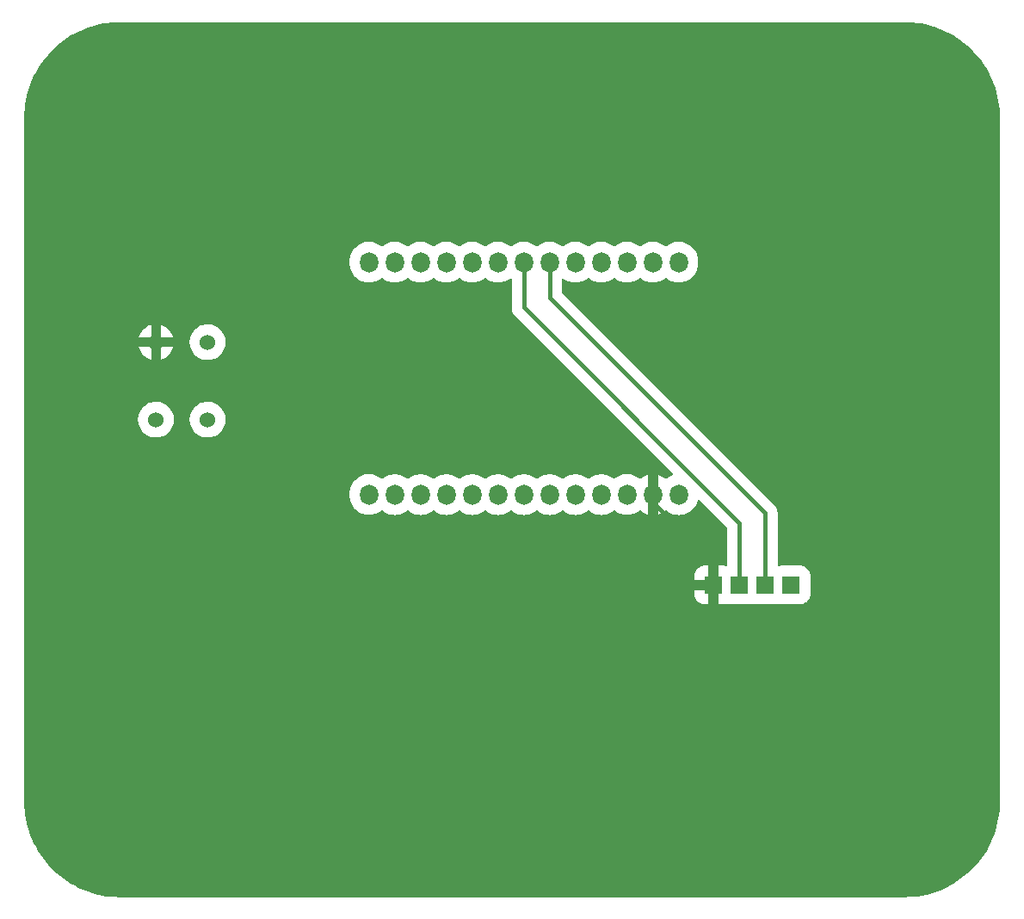
<source format=gbl>
G04 Layer: BottomLayer*
G04 EasyEDA v6.5.34, 2023-10-04 09:58:22*
G04 2f879fd4b15e4f869ab7f95f132c22b4,4b518e1cc4d04e0db21987f26a906896,10*
G04 Gerber Generator version 0.2*
G04 Scale: 100 percent, Rotated: No, Reflected: No *
G04 Dimensions in millimeters *
G04 leading zeros omitted , absolute positions ,4 integer and 5 decimal *
%FSLAX45Y45*%
%MOMM*%

%ADD10C,0.4000*%
%ADD11C,1.5240*%
%ADD12O,1.7999964X1.9999959999999999*%
%ADD13R,1.7780X1.7780*%

%LPD*%
G36*
X1981606Y-2018792D02*
G01*
X1938832Y-2017826D01*
X1896770Y-2014982D01*
X1854911Y-2010257D01*
X1813255Y-2003653D01*
X1771954Y-1995170D01*
X1731111Y-1984857D01*
X1690725Y-1972716D01*
X1650949Y-1958797D01*
X1611833Y-1943100D01*
X1573428Y-1925675D01*
X1535887Y-1906524D01*
X1499260Y-1885696D01*
X1463548Y-1863293D01*
X1428902Y-1839264D01*
X1395374Y-1813712D01*
X1363014Y-1786686D01*
X1331925Y-1758238D01*
X1302156Y-1728419D01*
X1273708Y-1697329D01*
X1246682Y-1664970D01*
X1221181Y-1631391D01*
X1197152Y-1596745D01*
X1174750Y-1561033D01*
X1153972Y-1524406D01*
X1134821Y-1486814D01*
X1117396Y-1448460D01*
X1101750Y-1409344D01*
X1087831Y-1369517D01*
X1075690Y-1329182D01*
X1065428Y-1288288D01*
X1056995Y-1246987D01*
X1050391Y-1205331D01*
X1045667Y-1163472D01*
X1042873Y-1121410D01*
X1041908Y-1079093D01*
X1041908Y5651093D01*
X1042873Y5693867D01*
X1045718Y5735929D01*
X1050442Y5777788D01*
X1057046Y5819444D01*
X1065530Y5860745D01*
X1075842Y5901588D01*
X1087983Y5941974D01*
X1101902Y5981750D01*
X1117600Y6020866D01*
X1135024Y6059220D01*
X1154176Y6096762D01*
X1175004Y6133439D01*
X1197406Y6169101D01*
X1221435Y6203746D01*
X1246987Y6237274D01*
X1274013Y6269634D01*
X1302461Y6300774D01*
X1332280Y6330543D01*
X1363370Y6358991D01*
X1395730Y6385966D01*
X1429308Y6411518D01*
X1463954Y6435496D01*
X1499616Y6457950D01*
X1536293Y6478727D01*
X1573885Y6497828D01*
X1612239Y6515252D01*
X1651355Y6530949D01*
X1691182Y6544868D01*
X1731518Y6556959D01*
X1772412Y6567271D01*
X1813712Y6575704D01*
X1855317Y6582308D01*
X1897227Y6586981D01*
X1939289Y6589826D01*
X1981606Y6590792D01*
X9702393Y6590792D01*
X9745167Y6589826D01*
X9787178Y6586981D01*
X9829088Y6582257D01*
X9870694Y6575653D01*
X9911994Y6567170D01*
X9952888Y6556857D01*
X9993274Y6544716D01*
X10033050Y6530797D01*
X10072166Y6515100D01*
X10110520Y6497675D01*
X10148062Y6478524D01*
X10184739Y6457696D01*
X10220401Y6435242D01*
X10255046Y6411264D01*
X10288574Y6385712D01*
X10320934Y6358686D01*
X10352024Y6330238D01*
X10381843Y6300419D01*
X10410291Y6269329D01*
X10437266Y6236919D01*
X10462818Y6203391D01*
X10486796Y6168745D01*
X10509199Y6133033D01*
X10530027Y6096406D01*
X10549128Y6058814D01*
X10566552Y6020460D01*
X10582249Y5981293D01*
X10596168Y5941517D01*
X10608259Y5901131D01*
X10618571Y5860288D01*
X10627004Y5818987D01*
X10633608Y5777331D01*
X10638282Y5735472D01*
X10641126Y5693410D01*
X10642092Y5651093D01*
X10642092Y-1079093D01*
X10641126Y-1121867D01*
X10638282Y-1163929D01*
X10633506Y-1205788D01*
X10626902Y-1247444D01*
X10618470Y-1288745D01*
X10608157Y-1329588D01*
X10596016Y-1369974D01*
X10582097Y-1409750D01*
X10566400Y-1448866D01*
X10548924Y-1487220D01*
X10529773Y-1524812D01*
X10508996Y-1561439D01*
X10486542Y-1597152D01*
X10462514Y-1631797D01*
X10437012Y-1665325D01*
X10409986Y-1697634D01*
X10381538Y-1728774D01*
X10351719Y-1758543D01*
X10320578Y-1786991D01*
X10288219Y-1814017D01*
X10254691Y-1839518D01*
X10220045Y-1863496D01*
X10184333Y-1885950D01*
X10147655Y-1906727D01*
X10110114Y-1925878D01*
X10071709Y-1943303D01*
X10032593Y-1958949D01*
X9992817Y-1972868D01*
X9952431Y-1985010D01*
X9911588Y-1995271D01*
X9870287Y-2003704D01*
X9828631Y-2010308D01*
X9786772Y-2015032D01*
X9744710Y-2017826D01*
X9702393Y-2018792D01*
G37*

%LPC*%
G36*
X7734655Y864666D02*
G01*
X7772400Y864666D01*
X7772400Y1003300D01*
X7633817Y1003300D01*
X7633817Y965555D01*
X7634681Y952093D01*
X7637221Y939190D01*
X7641488Y926744D01*
X7647279Y914958D01*
X7654594Y904036D01*
X7663230Y894130D01*
X7673136Y885494D01*
X7684058Y878179D01*
X7695844Y872337D01*
X7708290Y868121D01*
X7721193Y865581D01*
G37*
G36*
X7874000Y864666D02*
G01*
X7911744Y864666D01*
X7925206Y865581D01*
X7938109Y868121D01*
X7946948Y871118D01*
X7950200Y871677D01*
X7953451Y871118D01*
X7962290Y868121D01*
X7975193Y865581D01*
X7988655Y864666D01*
X8165744Y864666D01*
X8179206Y865581D01*
X8192109Y868121D01*
X8200948Y871118D01*
X8204200Y871677D01*
X8207451Y871118D01*
X8216290Y868121D01*
X8229193Y865581D01*
X8242655Y864666D01*
X8419744Y864666D01*
X8433206Y865581D01*
X8446109Y868121D01*
X8454948Y871118D01*
X8458200Y871677D01*
X8461451Y871118D01*
X8470290Y868121D01*
X8483193Y865581D01*
X8496655Y864666D01*
X8673744Y864666D01*
X8687206Y865581D01*
X8700109Y868121D01*
X8712555Y872337D01*
X8724341Y878179D01*
X8735263Y885494D01*
X8745169Y894130D01*
X8753805Y904036D01*
X8761120Y914958D01*
X8766962Y926744D01*
X8771178Y939190D01*
X8773718Y952093D01*
X8774633Y965555D01*
X8774633Y1142644D01*
X8773718Y1156106D01*
X8771178Y1169009D01*
X8766962Y1181455D01*
X8761120Y1193241D01*
X8753805Y1204163D01*
X8745169Y1214069D01*
X8735263Y1222705D01*
X8724341Y1230020D01*
X8712555Y1235811D01*
X8700109Y1240078D01*
X8687206Y1242618D01*
X8673744Y1243482D01*
X8496655Y1243482D01*
X8483193Y1242618D01*
X8470290Y1240078D01*
X8465108Y1238300D01*
X8461349Y1237792D01*
X8457590Y1238707D01*
X8454491Y1240942D01*
X8452408Y1244142D01*
X8451697Y1247952D01*
X8451697Y1761134D01*
X8451494Y1768551D01*
X8450834Y1775815D01*
X8449716Y1783029D01*
X8448192Y1790141D01*
X8446262Y1797151D01*
X8443874Y1804009D01*
X8441080Y1810766D01*
X8437880Y1817268D01*
X8434324Y1823618D01*
X8430361Y1829765D01*
X8426043Y1835607D01*
X8421420Y1841195D01*
X8416290Y1846630D01*
X6333794Y3929126D01*
X6331559Y3932428D01*
X6330797Y3936288D01*
X6330797Y4061053D01*
X6331762Y4065371D01*
X6334506Y4068876D01*
X6338519Y4070908D01*
X6342938Y4071010D01*
X6347002Y4069181D01*
X6358483Y4060698D01*
X6374485Y4051096D01*
X6391402Y4043121D01*
X6408978Y4036822D01*
X6427114Y4032250D01*
X6445605Y4029506D01*
X6464300Y4028592D01*
X6482943Y4029506D01*
X6501434Y4032250D01*
X6519570Y4036822D01*
X6537198Y4043121D01*
X6554114Y4051096D01*
X6570116Y4060698D01*
X6585254Y4071924D01*
X6589166Y4073702D01*
X6593433Y4073702D01*
X6597345Y4071924D01*
X6612483Y4060698D01*
X6628485Y4051096D01*
X6645402Y4043121D01*
X6662978Y4036822D01*
X6681114Y4032250D01*
X6699605Y4029506D01*
X6718300Y4028592D01*
X6736943Y4029506D01*
X6755434Y4032250D01*
X6773570Y4036822D01*
X6791198Y4043121D01*
X6808114Y4051096D01*
X6824116Y4060698D01*
X6839254Y4071924D01*
X6843166Y4073702D01*
X6847433Y4073702D01*
X6851345Y4071924D01*
X6866483Y4060698D01*
X6882485Y4051096D01*
X6899402Y4043121D01*
X6916978Y4036822D01*
X6935114Y4032250D01*
X6953605Y4029506D01*
X6972300Y4028592D01*
X6990943Y4029506D01*
X7009434Y4032250D01*
X7027570Y4036822D01*
X7045198Y4043121D01*
X7062114Y4051096D01*
X7078116Y4060698D01*
X7093254Y4071924D01*
X7097166Y4073702D01*
X7101433Y4073702D01*
X7105345Y4071924D01*
X7120483Y4060698D01*
X7136485Y4051096D01*
X7153402Y4043121D01*
X7170978Y4036822D01*
X7189114Y4032250D01*
X7207605Y4029506D01*
X7226300Y4028592D01*
X7244943Y4029506D01*
X7263434Y4032250D01*
X7281570Y4036822D01*
X7299198Y4043121D01*
X7316114Y4051096D01*
X7332116Y4060698D01*
X7347254Y4071924D01*
X7351166Y4073702D01*
X7355433Y4073702D01*
X7359345Y4071924D01*
X7374483Y4060698D01*
X7390485Y4051096D01*
X7407402Y4043121D01*
X7424978Y4036822D01*
X7443114Y4032250D01*
X7461605Y4029506D01*
X7480300Y4028592D01*
X7498943Y4029506D01*
X7517434Y4032250D01*
X7535570Y4036822D01*
X7553198Y4043121D01*
X7570114Y4051096D01*
X7586116Y4060698D01*
X7601153Y4071823D01*
X7614970Y4084370D01*
X7627569Y4098239D01*
X7638694Y4113276D01*
X7648295Y4129278D01*
X7656271Y4146194D01*
X7662570Y4163822D01*
X7667142Y4181906D01*
X7669885Y4200398D01*
X7670800Y4219346D01*
X7670800Y4238853D01*
X7669885Y4257751D01*
X7667142Y4276242D01*
X7662570Y4294378D01*
X7656271Y4312005D01*
X7648295Y4328871D01*
X7638694Y4344924D01*
X7627569Y4359960D01*
X7614970Y4373778D01*
X7601153Y4386326D01*
X7586116Y4397502D01*
X7570114Y4407103D01*
X7553198Y4415078D01*
X7535570Y4421378D01*
X7517434Y4425950D01*
X7498943Y4428693D01*
X7480300Y4429607D01*
X7461605Y4428693D01*
X7443114Y4425950D01*
X7424978Y4421378D01*
X7407402Y4415078D01*
X7390485Y4407103D01*
X7374483Y4397502D01*
X7359345Y4386275D01*
X7355433Y4384497D01*
X7351166Y4384497D01*
X7347254Y4386275D01*
X7332116Y4397502D01*
X7316114Y4407103D01*
X7299198Y4415078D01*
X7281570Y4421378D01*
X7263434Y4425950D01*
X7244943Y4428693D01*
X7226300Y4429607D01*
X7207605Y4428693D01*
X7189114Y4425950D01*
X7170978Y4421378D01*
X7153402Y4415078D01*
X7136485Y4407103D01*
X7120483Y4397502D01*
X7105345Y4386275D01*
X7101433Y4384497D01*
X7097166Y4384497D01*
X7093254Y4386275D01*
X7078116Y4397502D01*
X7062114Y4407103D01*
X7045198Y4415078D01*
X7027570Y4421378D01*
X7009434Y4425950D01*
X6990943Y4428693D01*
X6972300Y4429607D01*
X6953605Y4428693D01*
X6935114Y4425950D01*
X6916978Y4421378D01*
X6899402Y4415078D01*
X6882485Y4407103D01*
X6866483Y4397502D01*
X6851345Y4386275D01*
X6847433Y4384497D01*
X6843166Y4384497D01*
X6839254Y4386275D01*
X6824116Y4397502D01*
X6808114Y4407103D01*
X6791198Y4415078D01*
X6773570Y4421378D01*
X6755434Y4425950D01*
X6736943Y4428693D01*
X6718300Y4429607D01*
X6699605Y4428693D01*
X6681114Y4425950D01*
X6662978Y4421378D01*
X6645402Y4415078D01*
X6628485Y4407103D01*
X6612483Y4397502D01*
X6597345Y4386275D01*
X6593433Y4384497D01*
X6589166Y4384497D01*
X6585254Y4386275D01*
X6570116Y4397502D01*
X6554114Y4407103D01*
X6537198Y4415078D01*
X6519570Y4421378D01*
X6501434Y4425950D01*
X6482943Y4428693D01*
X6464300Y4429607D01*
X6445605Y4428693D01*
X6427114Y4425950D01*
X6408978Y4421378D01*
X6391402Y4415078D01*
X6374485Y4407103D01*
X6358483Y4397502D01*
X6343345Y4386275D01*
X6339433Y4384497D01*
X6335166Y4384497D01*
X6331254Y4386275D01*
X6316116Y4397502D01*
X6300114Y4407103D01*
X6283198Y4415078D01*
X6265570Y4421378D01*
X6247434Y4425950D01*
X6228943Y4428693D01*
X6210300Y4429607D01*
X6191605Y4428693D01*
X6173114Y4425950D01*
X6154978Y4421378D01*
X6137402Y4415078D01*
X6120485Y4407103D01*
X6104483Y4397502D01*
X6089345Y4386275D01*
X6085433Y4384497D01*
X6081166Y4384497D01*
X6077254Y4386275D01*
X6062116Y4397502D01*
X6046114Y4407103D01*
X6029198Y4415078D01*
X6011570Y4421378D01*
X5993434Y4425950D01*
X5974943Y4428693D01*
X5956300Y4429607D01*
X5937605Y4428693D01*
X5919114Y4425950D01*
X5900978Y4421378D01*
X5883402Y4415078D01*
X5866485Y4407103D01*
X5850483Y4397502D01*
X5835345Y4386275D01*
X5831433Y4384497D01*
X5827166Y4384497D01*
X5823254Y4386275D01*
X5808116Y4397502D01*
X5792114Y4407103D01*
X5775198Y4415078D01*
X5757570Y4421378D01*
X5739434Y4425950D01*
X5720943Y4428693D01*
X5702300Y4429607D01*
X5683605Y4428693D01*
X5665114Y4425950D01*
X5646978Y4421378D01*
X5629402Y4415078D01*
X5612485Y4407103D01*
X5596483Y4397502D01*
X5581345Y4386275D01*
X5577433Y4384497D01*
X5573166Y4384497D01*
X5569254Y4386275D01*
X5554116Y4397502D01*
X5538114Y4407103D01*
X5521198Y4415078D01*
X5503570Y4421378D01*
X5485485Y4425950D01*
X5466994Y4428693D01*
X5448300Y4429607D01*
X5429605Y4428693D01*
X5411114Y4425950D01*
X5392978Y4421378D01*
X5375402Y4415078D01*
X5358485Y4407103D01*
X5342483Y4397502D01*
X5327345Y4386275D01*
X5323433Y4384497D01*
X5319166Y4384497D01*
X5315254Y4386275D01*
X5300116Y4397502D01*
X5284114Y4407103D01*
X5267198Y4415078D01*
X5249570Y4421378D01*
X5231485Y4425950D01*
X5212994Y4428693D01*
X5194300Y4429607D01*
X5175605Y4428693D01*
X5157114Y4425950D01*
X5138978Y4421378D01*
X5121402Y4415078D01*
X5104485Y4407103D01*
X5088483Y4397502D01*
X5073345Y4386275D01*
X5069433Y4384497D01*
X5065166Y4384497D01*
X5061254Y4386275D01*
X5046116Y4397502D01*
X5030114Y4407103D01*
X5013198Y4415078D01*
X4995570Y4421378D01*
X4977485Y4425950D01*
X4958994Y4428693D01*
X4940300Y4429607D01*
X4921605Y4428693D01*
X4903114Y4425950D01*
X4884978Y4421378D01*
X4867402Y4415078D01*
X4850485Y4407103D01*
X4834483Y4397502D01*
X4819345Y4386275D01*
X4815433Y4384497D01*
X4811166Y4384497D01*
X4807254Y4386275D01*
X4792116Y4397502D01*
X4776114Y4407103D01*
X4759198Y4415078D01*
X4741621Y4421378D01*
X4723485Y4425950D01*
X4704994Y4428693D01*
X4686300Y4429607D01*
X4667605Y4428693D01*
X4649114Y4425950D01*
X4630978Y4421378D01*
X4613402Y4415078D01*
X4596485Y4407103D01*
X4580483Y4397502D01*
X4565345Y4386275D01*
X4561433Y4384497D01*
X4557166Y4384497D01*
X4553254Y4386275D01*
X4538116Y4397502D01*
X4522114Y4407103D01*
X4505198Y4415078D01*
X4487621Y4421378D01*
X4469485Y4425950D01*
X4450994Y4428693D01*
X4432300Y4429607D01*
X4413605Y4428693D01*
X4395114Y4425950D01*
X4376978Y4421378D01*
X4359402Y4415078D01*
X4342485Y4407103D01*
X4326483Y4397502D01*
X4311446Y4386326D01*
X4297578Y4373778D01*
X4285030Y4359960D01*
X4273905Y4344924D01*
X4264304Y4328871D01*
X4256328Y4312005D01*
X4250029Y4294378D01*
X4245457Y4276242D01*
X4242714Y4257751D01*
X4241800Y4238853D01*
X4241800Y4219346D01*
X4242714Y4200398D01*
X4245457Y4181906D01*
X4250029Y4163822D01*
X4256328Y4146194D01*
X4264304Y4129278D01*
X4273905Y4113276D01*
X4285030Y4098239D01*
X4297578Y4084370D01*
X4311446Y4071823D01*
X4326483Y4060698D01*
X4342485Y4051096D01*
X4359402Y4043121D01*
X4376978Y4036822D01*
X4395114Y4032250D01*
X4413605Y4029506D01*
X4432300Y4028592D01*
X4450994Y4029506D01*
X4469485Y4032250D01*
X4487621Y4036822D01*
X4505198Y4043121D01*
X4522114Y4051096D01*
X4538116Y4060698D01*
X4553254Y4071924D01*
X4557166Y4073702D01*
X4561433Y4073702D01*
X4565345Y4071924D01*
X4580483Y4060698D01*
X4596485Y4051096D01*
X4613402Y4043121D01*
X4630978Y4036822D01*
X4649114Y4032250D01*
X4667605Y4029506D01*
X4686300Y4028592D01*
X4704994Y4029506D01*
X4723485Y4032250D01*
X4741621Y4036822D01*
X4759198Y4043121D01*
X4776114Y4051096D01*
X4792116Y4060698D01*
X4807254Y4071924D01*
X4811166Y4073702D01*
X4815433Y4073702D01*
X4819345Y4071924D01*
X4834483Y4060698D01*
X4850485Y4051096D01*
X4867402Y4043121D01*
X4884978Y4036822D01*
X4903114Y4032250D01*
X4921605Y4029506D01*
X4940300Y4028592D01*
X4958994Y4029506D01*
X4977485Y4032250D01*
X4995570Y4036822D01*
X5013198Y4043121D01*
X5030114Y4051096D01*
X5046116Y4060698D01*
X5061254Y4071924D01*
X5065166Y4073702D01*
X5069433Y4073702D01*
X5073345Y4071924D01*
X5088483Y4060698D01*
X5104485Y4051096D01*
X5121402Y4043121D01*
X5138978Y4036822D01*
X5157114Y4032250D01*
X5175605Y4029506D01*
X5194300Y4028592D01*
X5212994Y4029506D01*
X5231485Y4032250D01*
X5249570Y4036822D01*
X5267198Y4043121D01*
X5284114Y4051096D01*
X5300116Y4060698D01*
X5315254Y4071924D01*
X5319166Y4073702D01*
X5323433Y4073702D01*
X5327345Y4071924D01*
X5342483Y4060698D01*
X5358485Y4051096D01*
X5375402Y4043121D01*
X5392978Y4036822D01*
X5411114Y4032250D01*
X5429605Y4029506D01*
X5448300Y4028592D01*
X5466994Y4029506D01*
X5485485Y4032250D01*
X5503570Y4036822D01*
X5521198Y4043121D01*
X5538114Y4051096D01*
X5554116Y4060698D01*
X5569254Y4071924D01*
X5573166Y4073702D01*
X5577433Y4073702D01*
X5581345Y4071924D01*
X5596483Y4060698D01*
X5612485Y4051096D01*
X5629402Y4043121D01*
X5646978Y4036822D01*
X5665114Y4032250D01*
X5683605Y4029506D01*
X5702300Y4028592D01*
X5720943Y4029506D01*
X5739434Y4032250D01*
X5757570Y4036822D01*
X5775198Y4043121D01*
X5792114Y4051096D01*
X5808116Y4060698D01*
X5819597Y4069181D01*
X5823661Y4071010D01*
X5828080Y4070908D01*
X5832094Y4068876D01*
X5834837Y4065371D01*
X5835802Y4061053D01*
X5835802Y3784549D01*
X5836005Y3777081D01*
X5836666Y3769868D01*
X5837783Y3762654D01*
X5839307Y3755542D01*
X5841238Y3748532D01*
X5843625Y3741623D01*
X5846419Y3734917D01*
X5849620Y3728364D01*
X5853176Y3722014D01*
X5857138Y3715918D01*
X5861456Y3710076D01*
X5866079Y3704437D01*
X5871210Y3699052D01*
X7422337Y2147925D01*
X7424572Y2144522D01*
X7425283Y2140559D01*
X7424420Y2136597D01*
X7422032Y2133295D01*
X7418578Y2131161D01*
X7407402Y2127199D01*
X7390485Y2119172D01*
X7374483Y2109571D01*
X7359345Y2098395D01*
X7355433Y2096617D01*
X7351166Y2096617D01*
X7347254Y2098395D01*
X7332116Y2109571D01*
X7316114Y2119172D01*
X7299198Y2127199D01*
X7281570Y2133498D01*
X7277658Y2134463D01*
X7277658Y1997557D01*
X7283043Y1997557D01*
X7287259Y1996643D01*
X7290714Y1994001D01*
X7292797Y1990191D01*
X7293102Y1985873D01*
X7290714Y1969871D01*
X7289800Y1950923D01*
X7289800Y1931466D01*
X7290714Y1912518D01*
X7293102Y1896516D01*
X7292797Y1892198D01*
X7290714Y1888388D01*
X7287259Y1885746D01*
X7283043Y1884832D01*
X7277658Y1884832D01*
X7277658Y1747926D01*
X7281570Y1748891D01*
X7299198Y1755190D01*
X7316114Y1763217D01*
X7332116Y1772818D01*
X7347254Y1783994D01*
X7351166Y1785772D01*
X7355433Y1785772D01*
X7359345Y1783994D01*
X7374483Y1772818D01*
X7390485Y1763217D01*
X7407402Y1755190D01*
X7424978Y1748891D01*
X7443114Y1744370D01*
X7461605Y1741627D01*
X7480300Y1740712D01*
X7498943Y1741627D01*
X7517434Y1744370D01*
X7535570Y1748891D01*
X7553198Y1755190D01*
X7570114Y1763217D01*
X7586116Y1772818D01*
X7601153Y1783943D01*
X7614970Y1796491D01*
X7627569Y1810359D01*
X7638694Y1825345D01*
X7648295Y1841398D01*
X7656271Y1858314D01*
X7662570Y1875891D01*
X7664602Y1883918D01*
X7666481Y1887728D01*
X7669733Y1890420D01*
X7673848Y1891588D01*
X7678064Y1890928D01*
X7681620Y1888642D01*
X7953705Y1616506D01*
X7955940Y1613255D01*
X7956702Y1609344D01*
X7956702Y1247952D01*
X7955991Y1244142D01*
X7953908Y1240942D01*
X7950809Y1238707D01*
X7947050Y1237792D01*
X7943291Y1238300D01*
X7938109Y1240078D01*
X7925206Y1242618D01*
X7911744Y1243482D01*
X7874000Y1243482D01*
X7874000Y1104900D01*
X7877657Y1104900D01*
X7881518Y1104138D01*
X7884820Y1101902D01*
X7887004Y1098651D01*
X7887817Y1094740D01*
X7887817Y1013460D01*
X7887004Y1009548D01*
X7884820Y1006297D01*
X7881518Y1004062D01*
X7877657Y1003300D01*
X7874000Y1003300D01*
G37*
G36*
X7633817Y1104900D02*
G01*
X7772400Y1104900D01*
X7772400Y1243482D01*
X7734655Y1243482D01*
X7721193Y1242618D01*
X7708290Y1240078D01*
X7695844Y1235811D01*
X7684058Y1230020D01*
X7673136Y1222705D01*
X7663230Y1214069D01*
X7654594Y1204163D01*
X7647279Y1193241D01*
X7641488Y1181455D01*
X7637221Y1169009D01*
X7634681Y1156106D01*
X7633817Y1142644D01*
G37*
G36*
X4686300Y1740712D02*
G01*
X4704994Y1741627D01*
X4723485Y1744370D01*
X4741621Y1748891D01*
X4759198Y1755190D01*
X4776114Y1763217D01*
X4792116Y1772818D01*
X4807254Y1783994D01*
X4811166Y1785772D01*
X4815433Y1785772D01*
X4819345Y1783994D01*
X4834483Y1772818D01*
X4850485Y1763217D01*
X4867402Y1755190D01*
X4884978Y1748891D01*
X4903114Y1744370D01*
X4921605Y1741627D01*
X4940300Y1740712D01*
X4958994Y1741627D01*
X4977485Y1744370D01*
X4995570Y1748891D01*
X5013198Y1755190D01*
X5030114Y1763217D01*
X5046116Y1772818D01*
X5061254Y1783994D01*
X5065166Y1785772D01*
X5069433Y1785772D01*
X5073345Y1783994D01*
X5088483Y1772818D01*
X5104485Y1763217D01*
X5121402Y1755190D01*
X5138978Y1748891D01*
X5157114Y1744370D01*
X5175605Y1741627D01*
X5194300Y1740712D01*
X5212994Y1741627D01*
X5231485Y1744370D01*
X5249570Y1748891D01*
X5267198Y1755190D01*
X5284114Y1763217D01*
X5300116Y1772818D01*
X5315254Y1783994D01*
X5319166Y1785772D01*
X5323433Y1785772D01*
X5327345Y1783994D01*
X5342483Y1772818D01*
X5358485Y1763217D01*
X5375402Y1755190D01*
X5392978Y1748891D01*
X5411114Y1744370D01*
X5429605Y1741627D01*
X5448300Y1740712D01*
X5466994Y1741627D01*
X5485485Y1744370D01*
X5503570Y1748891D01*
X5521198Y1755190D01*
X5538114Y1763217D01*
X5554116Y1772818D01*
X5569254Y1783994D01*
X5573166Y1785772D01*
X5577433Y1785772D01*
X5581345Y1783994D01*
X5596483Y1772818D01*
X5612485Y1763217D01*
X5629402Y1755190D01*
X5646978Y1748891D01*
X5665114Y1744370D01*
X5683605Y1741627D01*
X5702300Y1740712D01*
X5720943Y1741627D01*
X5739434Y1744370D01*
X5757570Y1748891D01*
X5775198Y1755190D01*
X5792114Y1763217D01*
X5808116Y1772818D01*
X5823254Y1783994D01*
X5827166Y1785772D01*
X5831433Y1785772D01*
X5835345Y1783994D01*
X5850483Y1772818D01*
X5866485Y1763217D01*
X5883402Y1755190D01*
X5900978Y1748891D01*
X5919114Y1744370D01*
X5937605Y1741627D01*
X5956300Y1740712D01*
X5974943Y1741627D01*
X5993434Y1744370D01*
X6011570Y1748891D01*
X6029198Y1755190D01*
X6046114Y1763217D01*
X6062116Y1772818D01*
X6077254Y1783994D01*
X6081166Y1785772D01*
X6085433Y1785772D01*
X6089345Y1783994D01*
X6104483Y1772818D01*
X6120485Y1763217D01*
X6137402Y1755190D01*
X6154978Y1748891D01*
X6173114Y1744370D01*
X6191605Y1741627D01*
X6210300Y1740712D01*
X6228943Y1741627D01*
X6247434Y1744370D01*
X6265570Y1748891D01*
X6283198Y1755190D01*
X6300114Y1763217D01*
X6316116Y1772818D01*
X6331254Y1783994D01*
X6335166Y1785772D01*
X6339433Y1785772D01*
X6343345Y1783994D01*
X6358483Y1772818D01*
X6374485Y1763217D01*
X6391402Y1755190D01*
X6408978Y1748891D01*
X6427114Y1744370D01*
X6445605Y1741627D01*
X6464300Y1740712D01*
X6482943Y1741627D01*
X6501434Y1744370D01*
X6519570Y1748891D01*
X6537198Y1755190D01*
X6554114Y1763217D01*
X6570116Y1772818D01*
X6585254Y1783994D01*
X6589166Y1785772D01*
X6593433Y1785772D01*
X6597345Y1783994D01*
X6612483Y1772818D01*
X6628485Y1763217D01*
X6645402Y1755190D01*
X6662978Y1748891D01*
X6681114Y1744370D01*
X6699605Y1741627D01*
X6718300Y1740712D01*
X6736943Y1741627D01*
X6755434Y1744370D01*
X6773570Y1748891D01*
X6791198Y1755190D01*
X6808114Y1763217D01*
X6824116Y1772818D01*
X6839661Y1784400D01*
X6842607Y1786280D01*
X6845960Y1787042D01*
X6849414Y1786585D01*
X6852513Y1785061D01*
X6866483Y1774698D01*
X6882485Y1765096D01*
X6899402Y1757121D01*
X6916978Y1750822D01*
X6935114Y1746250D01*
X6953605Y1743506D01*
X6972300Y1742592D01*
X6990994Y1743506D01*
X7009485Y1746250D01*
X7027570Y1750822D01*
X7045198Y1757121D01*
X7062114Y1765096D01*
X7078116Y1774698D01*
X7092035Y1785061D01*
X7095134Y1786585D01*
X7098588Y1787042D01*
X7101992Y1786280D01*
X7105446Y1783943D01*
X7120483Y1772818D01*
X7136485Y1763217D01*
X7153402Y1755190D01*
X7170978Y1748891D01*
X7174941Y1747926D01*
X7174941Y1884832D01*
X7169251Y1884832D01*
X7165035Y1885746D01*
X7161580Y1888388D01*
X7159498Y1892198D01*
X7159193Y1896516D01*
X7161885Y1914448D01*
X7162800Y1933346D01*
X7162800Y1952853D01*
X7161885Y1971751D01*
X7159802Y1985873D01*
X7160056Y1990191D01*
X7162139Y1994001D01*
X7165594Y1996643D01*
X7169810Y1997557D01*
X7174941Y1997557D01*
X7174941Y2134463D01*
X7170978Y2133498D01*
X7153402Y2127199D01*
X7136485Y2119172D01*
X7120483Y2109571D01*
X7106513Y2099259D01*
X7103414Y2097684D01*
X7099960Y2097278D01*
X7096607Y2098040D01*
X7093153Y2100376D01*
X7078116Y2111502D01*
X7062114Y2121103D01*
X7045198Y2129078D01*
X7027570Y2135378D01*
X7009485Y2139950D01*
X6990994Y2142693D01*
X6972300Y2143607D01*
X6953605Y2142693D01*
X6935114Y2139950D01*
X6916978Y2135378D01*
X6899402Y2129078D01*
X6882485Y2121103D01*
X6866483Y2111502D01*
X6850938Y2099868D01*
X6847992Y2098040D01*
X6844588Y2097278D01*
X6841185Y2097684D01*
X6838035Y2099259D01*
X6824116Y2109571D01*
X6808114Y2119172D01*
X6791198Y2127199D01*
X6773570Y2133498D01*
X6755434Y2138019D01*
X6736943Y2140762D01*
X6718300Y2141677D01*
X6699605Y2140762D01*
X6681114Y2138019D01*
X6662978Y2133498D01*
X6645402Y2127199D01*
X6628485Y2119172D01*
X6612483Y2109571D01*
X6597345Y2098395D01*
X6593433Y2096617D01*
X6589166Y2096617D01*
X6585254Y2098395D01*
X6570116Y2109571D01*
X6554114Y2119172D01*
X6537198Y2127199D01*
X6519570Y2133498D01*
X6501434Y2138019D01*
X6482943Y2140762D01*
X6464300Y2141677D01*
X6445605Y2140762D01*
X6427114Y2138019D01*
X6408978Y2133498D01*
X6391402Y2127199D01*
X6374485Y2119172D01*
X6358483Y2109571D01*
X6343345Y2098395D01*
X6339433Y2096617D01*
X6335166Y2096617D01*
X6331254Y2098395D01*
X6316116Y2109571D01*
X6300114Y2119172D01*
X6283198Y2127199D01*
X6265570Y2133498D01*
X6247434Y2138019D01*
X6228943Y2140762D01*
X6210300Y2141677D01*
X6191605Y2140762D01*
X6173114Y2138019D01*
X6154978Y2133498D01*
X6137402Y2127199D01*
X6120485Y2119172D01*
X6104483Y2109571D01*
X6089345Y2098395D01*
X6085433Y2096617D01*
X6081166Y2096617D01*
X6077254Y2098395D01*
X6062116Y2109571D01*
X6046114Y2119172D01*
X6029198Y2127199D01*
X6011570Y2133498D01*
X5993434Y2138019D01*
X5974943Y2140762D01*
X5956300Y2141677D01*
X5937605Y2140762D01*
X5919114Y2138019D01*
X5900978Y2133498D01*
X5883402Y2127199D01*
X5866485Y2119172D01*
X5850483Y2109571D01*
X5835345Y2098395D01*
X5831433Y2096617D01*
X5827166Y2096617D01*
X5823254Y2098395D01*
X5808116Y2109571D01*
X5792114Y2119172D01*
X5775198Y2127199D01*
X5757570Y2133498D01*
X5739434Y2138019D01*
X5720943Y2140762D01*
X5702300Y2141677D01*
X5683605Y2140762D01*
X5665114Y2138019D01*
X5646978Y2133498D01*
X5629402Y2127199D01*
X5612485Y2119172D01*
X5596483Y2109571D01*
X5581345Y2098395D01*
X5577433Y2096617D01*
X5573166Y2096617D01*
X5569254Y2098395D01*
X5554116Y2109571D01*
X5538114Y2119172D01*
X5521198Y2127199D01*
X5503570Y2133498D01*
X5485485Y2138019D01*
X5466994Y2140762D01*
X5448300Y2141677D01*
X5429605Y2140762D01*
X5411114Y2138019D01*
X5392978Y2133498D01*
X5375402Y2127199D01*
X5358485Y2119172D01*
X5342483Y2109571D01*
X5327345Y2098395D01*
X5323433Y2096617D01*
X5319166Y2096617D01*
X5315254Y2098395D01*
X5300116Y2109571D01*
X5284114Y2119172D01*
X5267198Y2127199D01*
X5249570Y2133498D01*
X5231485Y2138019D01*
X5212994Y2140762D01*
X5194300Y2141677D01*
X5175605Y2140762D01*
X5157114Y2138019D01*
X5138978Y2133498D01*
X5121402Y2127199D01*
X5104485Y2119172D01*
X5088483Y2109571D01*
X5073345Y2098395D01*
X5069433Y2096617D01*
X5065166Y2096617D01*
X5061254Y2098395D01*
X5046116Y2109571D01*
X5030114Y2119172D01*
X5013198Y2127199D01*
X4995570Y2133498D01*
X4977485Y2138019D01*
X4958994Y2140762D01*
X4940300Y2141677D01*
X4921605Y2140762D01*
X4903114Y2138019D01*
X4884978Y2133498D01*
X4867402Y2127199D01*
X4850485Y2119172D01*
X4834483Y2109571D01*
X4819345Y2098395D01*
X4815433Y2096617D01*
X4811166Y2096617D01*
X4807254Y2098395D01*
X4792116Y2109571D01*
X4776114Y2119172D01*
X4759198Y2127199D01*
X4741621Y2133498D01*
X4723485Y2138019D01*
X4704994Y2140762D01*
X4686300Y2141677D01*
X4667605Y2140762D01*
X4649114Y2138019D01*
X4630978Y2133498D01*
X4613402Y2127199D01*
X4596485Y2119172D01*
X4580483Y2109571D01*
X4566513Y2099259D01*
X4563414Y2097684D01*
X4560011Y2097278D01*
X4556607Y2098040D01*
X4553153Y2100376D01*
X4538116Y2111502D01*
X4522114Y2121103D01*
X4505198Y2129078D01*
X4487621Y2135378D01*
X4469485Y2139950D01*
X4450994Y2142693D01*
X4432300Y2143607D01*
X4413605Y2142693D01*
X4395114Y2139950D01*
X4376978Y2135378D01*
X4359402Y2129078D01*
X4342485Y2121103D01*
X4326483Y2111502D01*
X4311446Y2100376D01*
X4297578Y2087778D01*
X4285030Y2073960D01*
X4273905Y2058924D01*
X4264304Y2042922D01*
X4256328Y2026005D01*
X4250029Y2008378D01*
X4245457Y1990242D01*
X4242714Y1971751D01*
X4241800Y1952853D01*
X4241800Y1933346D01*
X4242714Y1914448D01*
X4245457Y1895957D01*
X4250029Y1877822D01*
X4256328Y1860194D01*
X4264304Y1843278D01*
X4273905Y1827275D01*
X4285030Y1812239D01*
X4297578Y1798421D01*
X4311446Y1785823D01*
X4326483Y1774698D01*
X4342485Y1765096D01*
X4359402Y1757121D01*
X4376978Y1750822D01*
X4395114Y1746250D01*
X4413605Y1743506D01*
X4432300Y1742592D01*
X4450994Y1743506D01*
X4469485Y1746250D01*
X4487621Y1750822D01*
X4505198Y1757121D01*
X4522114Y1765096D01*
X4538116Y1774698D01*
X4552086Y1785061D01*
X4555185Y1786585D01*
X4558588Y1787042D01*
X4561992Y1786280D01*
X4565446Y1783943D01*
X4580483Y1772818D01*
X4596485Y1763217D01*
X4613402Y1755190D01*
X4630978Y1748891D01*
X4649114Y1744370D01*
X4667605Y1741627D01*
G37*
G36*
X2341372Y2503068D02*
G01*
X2359507Y2504490D01*
X2377389Y2507742D01*
X2394864Y2512822D01*
X2411679Y2519680D01*
X2427782Y2528214D01*
X2442870Y2538374D01*
X2456840Y2550007D01*
X2469540Y2563063D01*
X2480818Y2577338D01*
X2490571Y2592679D01*
X2498699Y2608935D01*
X2505100Y2625953D01*
X2509774Y2643581D01*
X2512568Y2661513D01*
X2513482Y2679700D01*
X2512568Y2697886D01*
X2509774Y2715818D01*
X2505100Y2733446D01*
X2498699Y2750464D01*
X2490571Y2766720D01*
X2480818Y2782062D01*
X2469540Y2796336D01*
X2456840Y2809392D01*
X2442870Y2821025D01*
X2427782Y2831185D01*
X2411679Y2839720D01*
X2394864Y2846578D01*
X2377389Y2851658D01*
X2359507Y2854909D01*
X2341372Y2856331D01*
X2323185Y2855874D01*
X2305100Y2853537D01*
X2287422Y2849372D01*
X2270252Y2843377D01*
X2253742Y2835656D01*
X2238146Y2826308D01*
X2223617Y2815386D01*
X2210257Y2803042D01*
X2198268Y2789377D01*
X2187702Y2774543D01*
X2178761Y2758694D01*
X2171446Y2742031D01*
X2165908Y2724708D01*
X2162200Y2706878D01*
X2160320Y2688793D01*
X2160320Y2670606D01*
X2162200Y2652522D01*
X2165908Y2634691D01*
X2171446Y2617368D01*
X2178761Y2600706D01*
X2187702Y2584856D01*
X2198268Y2570022D01*
X2210257Y2556357D01*
X2223617Y2544013D01*
X2238146Y2533091D01*
X2253742Y2523744D01*
X2270252Y2516022D01*
X2287422Y2510028D01*
X2305100Y2505862D01*
X2323185Y2503525D01*
G37*
G36*
X2849372Y2503068D02*
G01*
X2867507Y2504490D01*
X2885389Y2507742D01*
X2902864Y2512822D01*
X2919679Y2519680D01*
X2935782Y2528214D01*
X2950870Y2538374D01*
X2964840Y2550007D01*
X2977540Y2563063D01*
X2988818Y2577338D01*
X2998571Y2592679D01*
X3006699Y2608935D01*
X3013100Y2625953D01*
X3017774Y2643581D01*
X3020568Y2661513D01*
X3021482Y2679700D01*
X3020568Y2697886D01*
X3017774Y2715818D01*
X3013100Y2733446D01*
X3006699Y2750464D01*
X2998571Y2766720D01*
X2988818Y2782062D01*
X2977540Y2796336D01*
X2964840Y2809392D01*
X2950870Y2821025D01*
X2935782Y2831185D01*
X2919679Y2839720D01*
X2902864Y2846578D01*
X2885389Y2851658D01*
X2867507Y2854909D01*
X2849372Y2856331D01*
X2831185Y2855874D01*
X2813100Y2853537D01*
X2795422Y2849372D01*
X2778252Y2843377D01*
X2761742Y2835656D01*
X2746146Y2826308D01*
X2731617Y2815386D01*
X2718257Y2803042D01*
X2706268Y2789377D01*
X2695702Y2774543D01*
X2686761Y2758694D01*
X2679446Y2742031D01*
X2673908Y2724708D01*
X2670200Y2706878D01*
X2668320Y2688793D01*
X2668320Y2670606D01*
X2670200Y2652522D01*
X2673908Y2634691D01*
X2679446Y2617368D01*
X2686761Y2600706D01*
X2695702Y2584856D01*
X2706268Y2570022D01*
X2718257Y2556357D01*
X2731617Y2544013D01*
X2746146Y2533091D01*
X2761742Y2523744D01*
X2778252Y2516022D01*
X2795422Y2510028D01*
X2813100Y2505862D01*
X2831185Y2503525D01*
G37*
G36*
X2849372Y3265068D02*
G01*
X2867507Y3266490D01*
X2885389Y3269742D01*
X2902864Y3274822D01*
X2919679Y3281679D01*
X2935782Y3290214D01*
X2950870Y3300374D01*
X2964840Y3312007D01*
X2977540Y3325063D01*
X2988818Y3339337D01*
X2998571Y3354679D01*
X3006699Y3370935D01*
X3013100Y3387953D01*
X3017774Y3405581D01*
X3020568Y3423513D01*
X3021482Y3441700D01*
X3020568Y3459886D01*
X3017774Y3477818D01*
X3013100Y3495446D01*
X3006699Y3512464D01*
X2998571Y3528720D01*
X2988818Y3544062D01*
X2977540Y3558336D01*
X2964840Y3571392D01*
X2950870Y3583025D01*
X2935782Y3593185D01*
X2919679Y3601720D01*
X2902864Y3608578D01*
X2885389Y3613658D01*
X2867507Y3616909D01*
X2849372Y3618331D01*
X2831185Y3617874D01*
X2813100Y3615537D01*
X2795422Y3611372D01*
X2778252Y3605377D01*
X2761742Y3597656D01*
X2746146Y3588308D01*
X2731617Y3577386D01*
X2718257Y3565042D01*
X2706268Y3551377D01*
X2695702Y3536543D01*
X2686761Y3520694D01*
X2679446Y3504031D01*
X2673908Y3486708D01*
X2670200Y3468878D01*
X2668320Y3450793D01*
X2668320Y3432606D01*
X2670200Y3414522D01*
X2673908Y3396691D01*
X2679446Y3379368D01*
X2686761Y3362706D01*
X2695702Y3346856D01*
X2706268Y3332022D01*
X2718257Y3318357D01*
X2731617Y3306013D01*
X2746146Y3295091D01*
X2761742Y3285744D01*
X2778252Y3278022D01*
X2795422Y3272028D01*
X2813100Y3267862D01*
X2831185Y3265525D01*
G37*
G36*
X2381250Y3270859D02*
G01*
X2394864Y3274822D01*
X2411679Y3281679D01*
X2427782Y3290214D01*
X2442870Y3300374D01*
X2456840Y3312007D01*
X2469540Y3325063D01*
X2480818Y3339337D01*
X2490571Y3354679D01*
X2498699Y3370935D01*
X2505100Y3387953D01*
X2507589Y3397250D01*
X2381250Y3397250D01*
G37*
G36*
X2292350Y3270859D02*
G01*
X2292350Y3397250D01*
X2165807Y3397250D01*
X2171446Y3379368D01*
X2178761Y3362706D01*
X2187702Y3346856D01*
X2198268Y3332022D01*
X2210257Y3318357D01*
X2223617Y3306013D01*
X2238146Y3295091D01*
X2253742Y3285744D01*
X2270252Y3278022D01*
X2287422Y3272028D01*
G37*
G36*
X2381250Y3486150D02*
G01*
X2507589Y3486150D01*
X2505100Y3495446D01*
X2498699Y3512464D01*
X2490571Y3528720D01*
X2480818Y3544062D01*
X2469540Y3558336D01*
X2456840Y3571392D01*
X2442870Y3583025D01*
X2427782Y3593185D01*
X2411679Y3601720D01*
X2394864Y3608578D01*
X2381250Y3612540D01*
G37*
G36*
X2165807Y3486150D02*
G01*
X2292350Y3486150D01*
X2292350Y3612540D01*
X2287422Y3611372D01*
X2270252Y3605377D01*
X2253742Y3597656D01*
X2238146Y3588308D01*
X2223617Y3577386D01*
X2210257Y3565042D01*
X2198268Y3551377D01*
X2187702Y3536543D01*
X2178761Y3520694D01*
X2171446Y3504031D01*
G37*

%LPD*%
D10*
X8331200Y1054100D02*
G01*
X8331200Y1761286D01*
X6210300Y3882186D01*
X6210300Y4229100D01*
X8077200Y1054100D02*
G01*
X8077200Y1663471D01*
X5956300Y3784371D01*
X5956300Y4229100D01*
X7823200Y1263040D02*
G01*
X7226300Y1859940D01*
X7226300Y1941195D01*
X7823200Y1054100D02*
G01*
X7823200Y1263040D01*
D11*
G01*
X2336800Y3441700D03*
G01*
X2844800Y3441700D03*
G01*
X2844800Y2679700D03*
G01*
X2336800Y2679700D03*
D12*
G01*
X4432300Y4229100D03*
G01*
X4940300Y4229100D03*
G01*
X4686300Y4229100D03*
G01*
X5194300Y4229100D03*
G01*
X5448300Y4229100D03*
G01*
X5702300Y4229100D03*
G01*
X6210300Y4229100D03*
G01*
X5956300Y4229100D03*
G01*
X6464300Y4229100D03*
G01*
X6718300Y4229100D03*
G01*
X6972300Y4229100D03*
G01*
X7226300Y4229100D03*
G01*
X7480300Y4229100D03*
G01*
X7480300Y1941195D03*
G01*
X7226300Y1941195D03*
G01*
X6972300Y1943100D03*
G01*
X6718300Y1941195D03*
G01*
X6464300Y1941195D03*
G01*
X5956300Y1941195D03*
G01*
X6210300Y1941195D03*
G01*
X5702300Y1941195D03*
G01*
X5448300Y1941195D03*
G01*
X5194300Y1941195D03*
G01*
X4686300Y1941195D03*
G01*
X4940300Y1941195D03*
G01*
X4432300Y1943100D03*
D13*
G01*
X8585200Y1054100D03*
G01*
X7823200Y1054100D03*
G01*
X8331200Y1054100D03*
G01*
X8077200Y1054100D03*
M02*

</source>
